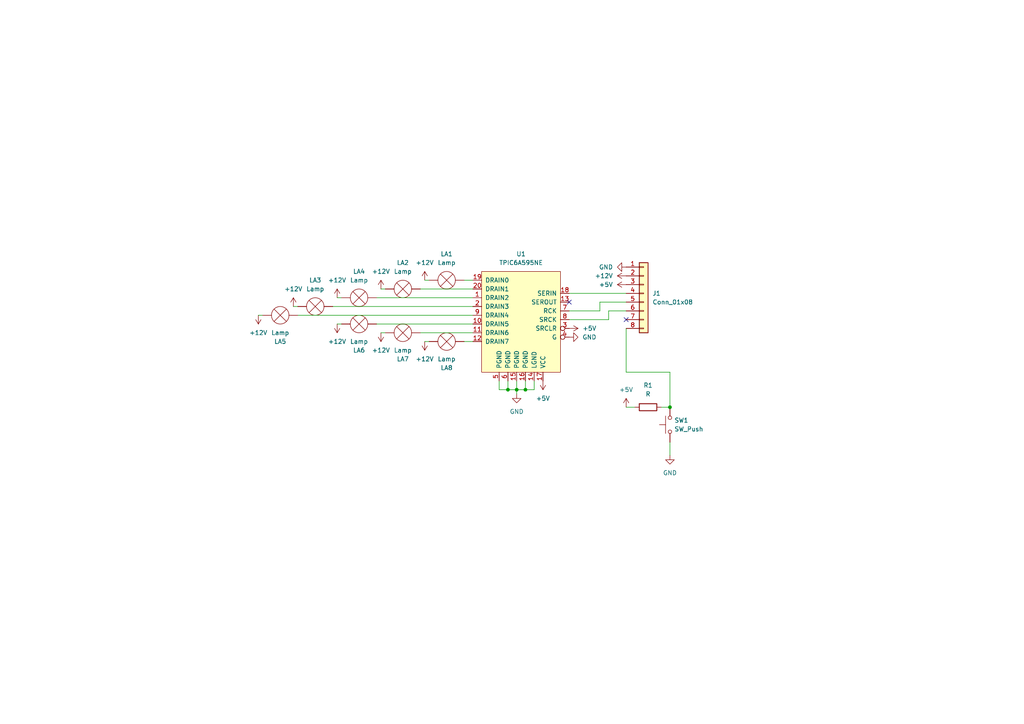
<source format=kicad_sch>
(kicad_sch (version 20230121) (generator eeschema)
  (paper "A4")
  (lib_symbols
    (symbol "Connector_Generic:Conn_01x08" (pin_names (offset 1.016) hide)
      (property "Reference" "J" (at 0 10.16 0))
      (property "Value" "Conn_01x08" (at 0 -12.7 0))
      (symbol "Conn_01x08_1_1"
        (rectangle (start -1.27 -10.033) (end 0 -10.287) (stroke (width 0.1524)))
        (rectangle (start -1.27 -7.493) (end 0 -7.747) (stroke (width 0.1524)))
        (rectangle (start -1.27 -4.953) (end 0 -5.207) (stroke (width 0.1524)))
        (rectangle (start -1.27 -2.413) (end 0 -2.667) (stroke (width 0.1524)))
        (rectangle (start -1.27 0.127) (end 0 -0.127) (stroke (width 0.1524)))
        (rectangle (start -1.27 2.667) (end 0 2.413) (stroke (width 0.1524)))
        (rectangle (start -1.27 5.207) (end 0 4.953) (stroke (width 0.1524)))
        (rectangle (start -1.27 7.747) (end 0 7.493) (stroke (width 0.1524)))
        (rectangle (start -1.27 8.89) (end 1.27 -11.43) (stroke (width 0.254)) (fill (type background)))
        (pin passive line (at -5.08 7.62 0) (length 3.81) (name "Pin_1") (number "1"))
        (pin passive line (at -5.08 5.08 0) (length 3.81) (name "Pin_2") (number "2"))
        (pin passive line (at -5.08 2.54 0) (length 3.81) (name "Pin_3") (number "3"))
        (pin passive line (at -5.08 0 0) (length 3.81) (name "Pin_4") (number "4"))
        (pin passive line (at -5.08 -2.54 0) (length 3.81) (name "Pin_5") (number "5"))
        (pin passive line (at -5.08 -5.08 0) (length 3.81) (name "Pin_6") (number "6"))
        (pin passive line (at -5.08 -7.62 0) (length 3.81) (name "Pin_7") (number "7"))
        (pin passive line (at -5.08 -10.16 0) (length 3.81) (name "Pin_8") (number "8"))
      )
    )
    (symbol "Device:Lamp" (pin_numbers hide) (pin_names (offset 0.0254) hide)
      (property "Reference" "LA" (at 0.635 3.81 0))
      (property "Value" "Lamp" (at 0.635 -3.81 0))
      (symbol "Lamp_0_1"
        (polyline (pts (xy -1.778 1.778) (xy 1.778 -1.778)))
        (polyline (pts (xy 1.778 1.778) (xy -1.778 -1.778)))
        (circle (center 0 0) (radius 2.54))
      )
      (symbol "Lamp_1_1"
        (pin passive line (at 0 -5.08 90) (length 2.54) (name "-") (number "1"))
        (pin passive line (at 0 5.08 270) (length 2.54) (name "+") (number "2"))
      )
    )
    (symbol "Device:R" (pin_numbers hide) (pin_names (offset 0))
      (property "Reference" "R" (at 2.032 0 90))
      (property "Value" "R" (at 0 0 90))
      (symbol "R_0_1"
        (rectangle (start -1.016 -2.54) (end 1.016 2.54) (stroke (width 0.254)))
      )
      (symbol "R_1_1"
        (pin passive line (at 0 3.81 270) (length 1.27) (name "~") (number "1"))
        (pin passive line (at 0 -3.81 90) (length 1.27) (name "~") (number "2"))
      )
    )
    (symbol "SMM:TPIC6A595NE" (pin_names (offset 1.016))
      (property "Reference" "U" (at 0 0 0))
      (property "Value" "TPIC6A595NE" (at 0 -12.7 90))
      (symbol "TPIC6A595NE_0_1"
        (rectangle (start -11.43 -1.27) (end 11.43 -30.48) (fill (type background)))
      )
      (symbol "TPIC6A595NE_1_1"
        (pin open_collector line (at -13.97 -8.89 0) (length 2.54) (name "DRAIN2") (number "1"))
        (pin open_collector line (at -13.97 -16.51 0) (length 2.54) (name "DRAIN5") (number "10"))
        (pin open_collector line (at -13.97 -19.05 0) (length 2.54) (name "DRAIN6") (number "11"))
        (pin open_collector line (at -13.97 -21.59 0) (length 2.54) (name "DRAIN7") (number "12"))
        (pin output line (at 13.97 -10.16 180) (length 2.54) (name "SEROUT") (number "13"))
        (pin power_in line (at 3.81 -33.02 90) (length 2.54) (name "LGND") (number "14"))
        (pin power_in line (at -1.27 -33.02 90) (length 2.54) (name "PGND") (number "15"))
        (pin power_in line (at 1.27 -33.02 90) (length 2.54) (name "PGND") (number "16"))
        (pin power_in line (at 6.35 -33.02 90) (length 2.54) (name "VCC") (number "17"))
        (pin input line (at 13.97 -7.62 180) (length 2.54) (name "SERIN") (number "18"))
        (pin open_collector line (at -13.97 -3.81 0) (length 2.54) (name "DRAIN0") (number "19"))
        (pin open_collector line (at -13.97 -11.43 0) (length 2.54) (name "DRAIN3") (number "2"))
        (pin open_collector line (at -13.97 -6.35 0) (length 2.54) (name "DRAIN1") (number "20"))
        (pin input inverted (at 13.97 -17.78 180) (length 2.54) (name "SRCLR") (number "3"))
        (pin input inverted (at 13.97 -20.32 180) (length 2.54) (name "G") (number "4"))
        (pin power_in line (at -6.35 -33.02 90) (length 2.54) (name "PGND") (number "5"))
        (pin power_in line (at -3.81 -33.02 90) (length 2.54) (name "PGND") (number "6"))
        (pin input line (at 13.97 -12.7 180) (length 2.54) (name "RCK") (number "7"))
        (pin input line (at 13.97 -15.24 180) (length 2.54) (name "SRCK") (number "8"))
        (pin open_collector line (at -13.97 -13.97 0) (length 2.54) (name "DRAIN4") (number "9"))
      )
    )
    (symbol "Switch:SW_Push" (pin_numbers hide) (pin_names (offset 1.016) hide)
      (property "Reference" "SW" (at 1.27 2.54 0))
      (property "Value" "SW_Push" (at 0 -1.524 0))
      (symbol "SW_Push_0_1"
        (circle (center -2.032 0) (radius 0.508))
        (polyline (pts (xy 0 1.27) (xy 0 3.048)))
        (polyline (pts (xy 2.54 1.27) (xy -2.54 1.27)))
        (circle (center 2.032 0) (radius 0.508))
        (pin passive line (at -5.08 0 0) (length 2.54) (name "1") (number "1"))
        (pin passive line (at 5.08 0 180) (length 2.54) (name "2") (number "2"))
      )
    )
    (symbol "power:+12V" (power) (pin_names (offset 0))
      (property "Value" "+12V" (at 0 3.556 0))
      (symbol "+12V_0_1"
        (polyline (pts (xy -0.762 1.27) (xy 0 2.54)))
        (polyline (pts (xy 0 0) (xy 0 2.54)))
        (polyline (pts (xy 0 2.54) (xy 0.762 1.27)))
      )
      (symbol "+12V_1_1"
        (pin power_in line (at 0 0 90) (length 0) hide (name "+12V") (number "1"))
      )
    )
    (symbol "power:+5V" (power) (pin_names (offset 0))
      (property "Value" "+5V" (at 0 3.556 0))
      (symbol "+5V_0_1"
        (polyline (pts (xy -0.762 1.27) (xy 0 2.54)))
        (polyline (pts (xy 0 0) (xy 0 2.54)))
        (polyline (pts (xy 0 2.54) (xy 0.762 1.27)))
      )
      (symbol "+5V_1_1"
        (pin power_in line (at 0 0 90) (length 0) hide (name "+5V") (number "1"))
      )
    )
    (symbol "power:GND" (power) (pin_names (offset 0))
      (property "Value" "GND" (at 0 -3.81 0))
      (symbol "GND_0_1"
        (polyline (pts (xy 0 0) (xy 0 -1.27) (xy 1.27 -1.27) (xy 0 -2.54) (xy -1.27 -1.27) (xy 0 -1.27)))
      )
      (symbol "GND_1_1"
        (pin power_in line (at 0 0 270) (length 0) hide (name "GND") (number "1"))
      )
    )
  )
  (junction (at 147.32 113.03))
  (junction (at 149.86 113.03))
  (junction (at 152.4 113.03))
  (junction (at 194.31 118.11))
  (no_connect (at 181.61 92.71))
  (no_connect (at 165.1 87.63))
  (wire (pts (xy 165.1 85.09) (xy 181.61 85.09)))
  (wire (pts (xy 97.79 93.98) (xy 99.06 93.98)))
  (wire (pts (xy 121.92 96.52) (xy 137.16 96.52)))
  (wire (pts (xy 194.31 107.95) (xy 181.61 107.95)))
  (wire (pts (xy 121.92 83.82) (xy 137.16 83.82)))
  (wire (pts (xy 86.36 91.44) (xy 137.16 91.44)))
  (wire (pts (xy 74.93 91.44) (xy 76.2 91.44)))
  (wire (pts (xy 173.99 90.17) (xy 173.99 87.63)))
  (wire (pts (xy 194.31 132.08) (xy 194.31 128.27)))
  (wire (pts (xy 152.4 110.49) (xy 152.4 113.03)))
  (wire (pts (xy 123.19 99.06) (xy 124.46 99.06)))
  (wire (pts (xy 97.79 86.36) (xy 99.06 86.36)))
  (wire (pts (xy 181.61 90.17) (xy 176.53 90.17)))
  (wire (pts (xy 191.77 118.11) (xy 194.31 118.11)))
  (wire (pts (xy 109.22 86.36) (xy 137.16 86.36)))
  (wire (pts (xy 154.94 113.03) (xy 154.94 110.49)))
  (wire (pts (xy 123.19 81.28) (xy 124.46 81.28)))
  (wire (pts (xy 176.53 90.17) (xy 176.53 92.71)))
  (wire (pts (xy 149.86 113.03) (xy 152.4 113.03)))
  (wire (pts (xy 147.32 110.49) (xy 147.32 113.03)))
  (wire (pts (xy 110.49 96.52) (xy 111.76 96.52)))
  (wire (pts (xy 109.22 93.98) (xy 137.16 93.98)))
  (wire (pts (xy 181.61 107.95) (xy 181.61 95.25)))
  (wire (pts (xy 194.31 107.95) (xy 194.31 118.11)))
  (wire (pts (xy 149.86 110.49) (xy 149.86 113.03)))
  (wire (pts (xy 134.62 99.06) (xy 137.16 99.06)))
  (wire (pts (xy 176.53 92.71) (xy 165.1 92.71)))
  (wire (pts (xy 147.32 113.03) (xy 149.86 113.03)))
  (wire (pts (xy 181.61 118.11) (xy 184.15 118.11)))
  (wire (pts (xy 110.49 83.82) (xy 111.76 83.82)))
  (wire (pts (xy 96.52 88.9) (xy 137.16 88.9)))
  (wire (pts (xy 149.86 113.03) (xy 149.86 114.3)))
  (wire (pts (xy 165.1 90.17) (xy 173.99 90.17)))
  (wire (pts (xy 134.62 81.28) (xy 137.16 81.28)))
  (wire (pts (xy 173.99 87.63) (xy 181.61 87.63)))
  (wire (pts (xy 85.09 88.9) (xy 86.36 88.9)))
  (wire (pts (xy 152.4 113.03) (xy 154.94 113.03)))
  (wire (pts (xy 144.78 110.49) (xy 144.78 113.03)))
  (wire (pts (xy 144.78 113.03) (xy 147.32 113.03)))
  (symbol (lib_id "power:+5V") (at 181.61 82.55 90) (unit 1)
    (property "Reference" "#PWR03" (effects hide))
    (property "Value" "+5V" (at 177.8 82.55 90) (effects (justify left)))
  )
  (symbol (lib_id "Device:Lamp") (at 116.84 96.52 90) (mirror x) (unit 1)
    (property "Reference" "LA7" (at 116.84 104.14 90))
    (property "Value" "Lamp" (at 116.84 101.6 90))
  )
  (symbol (lib_id "SMM:TPIC6A595NE") (at 151.13 77.47 0) (unit 1)
    (property "Reference" "U1" (at 151.13 73.66 0))
    (property "Value" "TPIC6A595NE" (at 151.13 76.2 0))
  )
  (symbol (lib_id "power:+5V") (at 157.48 110.49 180) (unit 1)
    (property "Reference" "#PWR07" (effects hide))
    (property "Value" "+5V" (at 157.48 115.57 0))
  )
  (symbol (lib_id "power:+12V") (at 97.79 86.36 0) (unit 1)
    (property "Reference" "#PWR013" (effects hide))
    (property "Value" "+12V" (at 97.79 81.28 0))
  )
  (symbol (lib_id "Device:Lamp") (at 104.14 93.98 90) (mirror x) (unit 1)
    (property "Reference" "LA6" (at 104.14 101.6 90))
    (property "Value" "Lamp" (at 104.14 99.06 90))
  )
  (symbol (lib_id "power:GND") (at 165.1 97.79 90) (unit 1)
    (property "Reference" "#PWR05" (effects hide))
    (property "Value" "GND" (at 168.91 97.79 90) (effects (justify right)))
  )
  (symbol (lib_id "Device:R") (at 187.96 118.11 90) (unit 1)
    (property "Reference" "R1" (at 187.96 111.76 90))
    (property "Value" "R" (at 187.96 114.3 90))
  )
  (symbol (lib_id "power:+12V") (at 97.79 93.98 0) (mirror x) (unit 1)
    (property "Reference" "#PWR015" (effects hide))
    (property "Value" "+12V" (at 97.79 99.06 0))
  )
  (symbol (lib_id "power:+12V") (at 123.19 81.28 0) (unit 1)
    (property "Reference" "#PWR010" (effects hide))
    (property "Value" "+12V" (at 123.19 76.2 0))
  )
  (symbol (lib_id "Device:Lamp") (at 81.28 91.44 90) (mirror x) (unit 1)
    (property "Reference" "LA5" (at 81.28 99.06 90))
    (property "Value" "Lamp" (at 81.28 96.52 90))
  )
  (symbol (lib_id "Switch:SW_Push") (at 194.31 123.19 90) (unit 1)
    (property "Reference" "SW1" (at 195.58 121.92 90) (effects (justify right)))
    (property "Value" "SW_Push" (at 195.58 124.46 90) (effects (justify right)))
  )
  (symbol (lib_id "Device:Lamp") (at 104.14 86.36 90) (unit 1)
    (property "Reference" "LA4" (at 104.14 78.74 90))
    (property "Value" "Lamp" (at 104.14 81.28 90))
  )
  (symbol (lib_id "power:+12V") (at 181.61 80.01 90) (unit 1)
    (property "Reference" "#PWR02" (effects hide))
    (property "Value" "+12V" (at 177.8 80.01 90) (effects (justify left)))
  )
  (symbol (lib_id "Device:Lamp") (at 129.54 99.06 90) (mirror x) (unit 1)
    (property "Reference" "LA8" (at 129.54 106.68 90))
    (property "Value" "Lamp" (at 129.54 104.14 90))
  )
  (symbol (lib_id "power:+12V") (at 85.09 88.9 0) (unit 1)
    (property "Reference" "#PWR012" (effects hide))
    (property "Value" "+12V" (at 85.09 83.82 0))
  )
  (symbol (lib_id "power:+12V") (at 74.93 91.44 0) (mirror x) (unit 1)
    (property "Reference" "#PWR014" (effects hide))
    (property "Value" "+12V" (at 74.93 96.52 0))
  )
  (symbol (lib_id "power:+12V") (at 123.19 99.06 0) (mirror x) (unit 1)
    (property "Reference" "#PWR017" (effects hide))
    (property "Value" "+12V" (at 123.19 104.14 0))
  )
  (symbol (lib_id "power:+12V") (at 110.49 83.82 0) (unit 1)
    (property "Reference" "#PWR011" (effects hide))
    (property "Value" "+12V" (at 110.49 78.74 0))
  )
  (symbol (lib_id "power:GND") (at 194.31 132.08 0) (unit 1)
    (property "Reference" "#PWR09" (effects hide))
    (property "Value" "GND" (at 194.31 137.16 0))
  )
  (symbol (lib_id "power:+5V") (at 181.61 118.11 0) (unit 1)
    (property "Reference" "#PWR08" (effects hide))
    (property "Value" "+5V" (at 181.61 113.03 0))
  )
  (symbol (lib_id "Device:Lamp") (at 129.54 81.28 90) (unit 1)
    (property "Reference" "LA1" (at 129.54 73.66 90))
    (property "Value" "Lamp" (at 129.54 76.2 90))
  )
  (symbol (lib_id "power:GND") (at 149.86 114.3 0) (unit 1)
    (property "Reference" "#PWR06" (effects hide))
    (property "Value" "GND" (at 149.86 119.38 0))
  )
  (symbol (lib_id "Device:Lamp") (at 91.44 88.9 90) (unit 1)
    (property "Reference" "LA3" (at 91.44 81.28 90))
    (property "Value" "Lamp" (at 91.44 83.82 90))
  )
  (symbol (lib_id "power:+12V") (at 110.49 96.52 0) (mirror x) (unit 1)
    (property "Reference" "#PWR016" (effects hide))
    (property "Value" "+12V" (at 110.49 101.6 0))
  )
  (symbol (lib_id "power:GND") (at 181.61 77.47 270) (unit 1)
    (property "Reference" "#PWR01" (effects hide))
    (property "Value" "GND" (at 177.8 77.47 90) (effects (justify right)))
  )
  (symbol (lib_id "power:+5V") (at 165.1 95.25 270) (unit 1)
    (property "Reference" "#PWR04" (effects hide))
    (property "Value" "+5V" (at 168.91 95.25 90) (effects (justify left)))
  )
  (symbol (lib_id "Device:Lamp") (at 116.84 83.82 90) (unit 1)
    (property "Reference" "LA2" (at 116.84 76.2 90))
    (property "Value" "Lamp" (at 116.84 78.74 90))
  )
  (symbol (lib_id "Connector_Generic:Conn_01x08") (at 186.69 85.09 0) (unit 1)
    (property "Reference" "J1" (at 189.23 85.09 0) (effects (justify left)))
    (property "Value" "Conn_01x08" (at 189.23 87.63 0) (effects (justify left)))
  )
)
</source>
